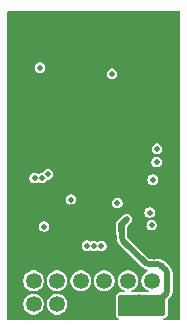
<source format=gbr>
%TF.GenerationSoftware,KiCad,Pcbnew,9.0.4-9.0.4-0~ubuntu22.04.1*%
%TF.CreationDate,2025-08-28T19:05:07+08:00*%
%TF.ProjectId,LoRa-TW,4c6f5261-2d54-4572-9e6b-696361645f70,0.1*%
%TF.SameCoordinates,Original*%
%TF.FileFunction,Copper,L4,Bot*%
%TF.FilePolarity,Positive*%
%FSLAX46Y46*%
G04 Gerber Fmt 4.6, Leading zero omitted, Abs format (unit mm)*
G04 Created by KiCad (PCBNEW 9.0.4-9.0.4-0~ubuntu22.04.1) date 2025-08-28 19:05:07*
%MOMM*%
%LPD*%
G01*
G04 APERTURE LIST*
%TA.AperFunction,ComponentPad*%
%ADD10R,1.350000X1.350000*%
%TD*%
%TA.AperFunction,ComponentPad*%
%ADD11C,1.350000*%
%TD*%
%TA.AperFunction,ViaPad*%
%ADD12C,0.500000*%
%TD*%
%TA.AperFunction,ViaPad*%
%ADD13C,0.480000*%
%TD*%
%TA.AperFunction,Conductor*%
%ADD14C,0.500000*%
%TD*%
G04 APERTURE END LIST*
D10*
%TO.P,J2,1,Pin_1*%
%TO.N,VDD*%
X159480000Y-112760000D03*
D11*
%TO.P,J2,2,Pin_2*%
%TO.N,Net-(J2-Pin_2)*%
X159480000Y-110760000D03*
%TO.P,J2,3,Pin_3*%
%TO.N,VDD*%
X157480000Y-112760000D03*
%TO.P,J2,4,Pin_4*%
%TO.N,Net-(J2-Pin_4)*%
X157480000Y-110760000D03*
%TO.P,J2,5,Pin_5*%
%TO.N,GND*%
X155480000Y-112760000D03*
%TO.P,J2,6,Pin_6*%
%TO.N,Net-(J2-Pin_6)*%
X155480000Y-110760000D03*
%TO.P,J2,7,Pin_7*%
%TO.N,GND*%
X153480000Y-112760000D03*
%TO.P,J2,8,Pin_8*%
%TO.N,Net-(J2-Pin_8)*%
X153480000Y-110760000D03*
%TO.P,J2,9,Pin_9*%
%TO.N,Net-(J2-Pin_9)*%
X151480000Y-112760000D03*
%TO.P,J2,10,Pin_10*%
%TO.N,Net-(J2-Pin_10)*%
X151480000Y-110760000D03*
%TO.P,J2,11,Pin_11*%
%TO.N,/MCU_ANT_{SW}*%
X149480000Y-112760000D03*
%TO.P,J2,12,Pin_12*%
%TO.N,Net-(J2-Pin_12)*%
X149480000Y-110760000D03*
%TD*%
D12*
%TO.N,GND*%
X154450000Y-95950000D03*
X161570000Y-96780000D03*
X147570000Y-96780000D03*
X160550000Y-93980000D03*
X152570000Y-88180000D03*
X147570000Y-113830000D03*
X154270000Y-102830000D03*
X157470000Y-94030000D03*
X157270000Y-88170000D03*
X161000000Y-91890000D03*
X152980000Y-92080000D03*
X152580000Y-108780000D03*
X157090251Y-104979765D03*
X153800000Y-105980000D03*
X159325000Y-88320000D03*
X161580000Y-108780000D03*
X158220000Y-88150000D03*
X154160000Y-92560000D03*
X148580000Y-100820000D03*
X160580000Y-97730000D03*
X154640000Y-93430000D03*
X148580000Y-95580000D03*
X147570000Y-98780000D03*
X150520000Y-89940000D03*
X156090000Y-98620000D03*
X160500000Y-101650000D03*
X148670000Y-104570000D03*
X148670000Y-108780000D03*
X149580000Y-89950000D03*
X148760000Y-107320000D03*
X158280000Y-93030000D03*
X154030000Y-104960000D03*
X151570000Y-108780000D03*
X150610000Y-90950000D03*
X150340000Y-100450000D03*
X150010000Y-95700000D03*
X148990000Y-93800000D03*
X156190000Y-94310000D03*
X153340000Y-92750000D03*
X147570000Y-94780000D03*
X155330000Y-102850000D03*
X161570000Y-101840000D03*
X157110000Y-108780000D03*
X160170000Y-88880000D03*
X154070000Y-88740000D03*
X155540000Y-101000000D03*
X149570000Y-89020000D03*
X153380000Y-98470000D03*
X147570000Y-95770000D03*
X158830000Y-106060000D03*
X154782500Y-103290000D03*
X158370000Y-96510000D03*
X149520000Y-99930000D03*
X156310000Y-94980000D03*
X150215000Y-99545000D03*
X147570000Y-108780000D03*
X156150000Y-113830000D03*
X159420000Y-96480000D03*
X154480000Y-112760000D03*
X149972752Y-94475128D03*
X147570000Y-91790000D03*
X148540000Y-89920000D03*
X161580000Y-95770000D03*
X151741887Y-106517996D03*
X148660000Y-102770000D03*
X158380000Y-97760000D03*
X153400000Y-89440000D03*
X149110000Y-109570000D03*
X154782500Y-102270125D03*
X149580000Y-108780000D03*
X149580000Y-90800000D03*
X154480000Y-113830000D03*
X150030000Y-109220000D03*
X147570000Y-93790000D03*
X153180000Y-97410000D03*
X158100000Y-91040000D03*
X151680000Y-107087600D03*
X151460000Y-106000000D03*
X157460000Y-97370000D03*
X154300000Y-89440000D03*
X154040000Y-103560000D03*
X151610000Y-91030000D03*
X158220000Y-105210000D03*
X150485033Y-104040000D03*
X148530000Y-90800000D03*
X159325000Y-91890000D03*
X154040000Y-95060000D03*
X156530000Y-104840000D03*
X157270000Y-89190000D03*
X159325000Y-88880000D03*
X155880000Y-101540000D03*
X149350000Y-100550000D03*
X156610000Y-90680000D03*
X160510000Y-100200000D03*
X154782500Y-101300000D03*
X161570000Y-102790000D03*
X148600000Y-94610000D03*
X153340000Y-94040000D03*
X152520000Y-92560000D03*
X161570000Y-100770000D03*
X147570000Y-103770000D03*
X149570000Y-88180000D03*
X149800000Y-96540000D03*
X150530000Y-89020000D03*
X160162500Y-88320000D03*
X153768683Y-107087600D03*
X149985165Y-105287015D03*
X158120000Y-89100000D03*
X153520000Y-102980000D03*
X161570000Y-106770000D03*
X153740000Y-97060000D03*
X149990000Y-93920000D03*
X153780000Y-102300000D03*
X147570000Y-110520000D03*
X154290000Y-101790000D03*
X159325000Y-91280000D03*
X155400000Y-94230000D03*
X158490000Y-110150000D03*
X160570000Y-108780000D03*
X155580000Y-108780000D03*
X161000000Y-88320000D03*
X160560000Y-95230000D03*
X150450000Y-111710000D03*
X161610000Y-113830000D03*
X147570000Y-92780000D03*
X150450000Y-113780000D03*
X147570000Y-99780000D03*
X147570000Y-106780000D03*
X152550000Y-113790000D03*
X147570000Y-100780000D03*
X160162500Y-91890000D03*
X156510000Y-91350000D03*
X147570000Y-97780000D03*
X154570000Y-88190000D03*
X161610000Y-110520000D03*
X159420000Y-93030000D03*
X155440000Y-93490000D03*
X153780000Y-97850000D03*
X161570000Y-93030000D03*
X155770000Y-103270000D03*
X155430000Y-88190000D03*
X151960000Y-96950000D03*
X159430000Y-97730000D03*
X156080000Y-97940000D03*
X150510436Y-105492721D03*
X152590000Y-89010000D03*
X149570000Y-93250000D03*
X161570000Y-99780000D03*
X147570000Y-105780000D03*
X148530000Y-91800000D03*
X157270000Y-93030000D03*
X158270000Y-91970000D03*
X148560000Y-88180000D03*
X149240000Y-98580000D03*
X150340000Y-102800000D03*
X147570000Y-102780000D03*
X150570000Y-88180000D03*
X152550000Y-89920000D03*
X151570000Y-88180000D03*
X161000000Y-91280000D03*
X153560000Y-88180000D03*
X152653422Y-104543422D03*
X161580000Y-105790000D03*
X148570000Y-99170000D03*
X157460000Y-98110000D03*
X156290000Y-88180000D03*
X148560000Y-100060000D03*
X148680000Y-103610000D03*
X150570000Y-108780000D03*
X147580000Y-89930000D03*
X153510000Y-94770000D03*
X156650000Y-91940000D03*
X155600000Y-95040000D03*
X156370000Y-111780000D03*
X149480000Y-91740000D03*
X154660000Y-90870000D03*
X148470000Y-92740000D03*
X154480000Y-111800000D03*
X156850000Y-92510000D03*
X147570000Y-90780000D03*
X151198231Y-104025341D03*
X148580000Y-98160000D03*
X151540000Y-89940000D03*
X151220000Y-93980000D03*
X147570000Y-112080000D03*
X150990000Y-102700000D03*
X149340000Y-99330000D03*
X155670000Y-95920000D03*
X156330000Y-95900000D03*
X147570000Y-107820000D03*
X159650000Y-108720000D03*
X148580000Y-96430000D03*
X161570000Y-104780000D03*
X147570000Y-101780000D03*
X149960000Y-95100000D03*
X150410557Y-104768432D03*
X152760000Y-96790000D03*
X148590000Y-106670000D03*
X161580000Y-97770000D03*
X157480000Y-95280000D03*
X157270000Y-91020000D03*
X147570000Y-104820000D03*
X152300000Y-96100000D03*
X153410000Y-95570000D03*
X151960000Y-93860000D03*
X160270000Y-98880000D03*
X161570000Y-103770000D03*
X147570000Y-88970000D03*
X159410000Y-95230000D03*
X149480000Y-97410000D03*
X149739000Y-105845538D03*
X161610000Y-112080000D03*
X153560000Y-108780000D03*
X161570000Y-107800000D03*
X148580000Y-97310000D03*
X149180000Y-101370000D03*
X156160000Y-99384413D03*
X158350000Y-94010000D03*
X154020000Y-101220000D03*
X153480000Y-101540000D03*
X155750000Y-102280000D03*
X155300000Y-101790000D03*
X152170000Y-90490000D03*
X160570000Y-96480000D03*
X151550000Y-89020000D03*
X147570000Y-88190000D03*
X156790000Y-89500000D03*
X159400000Y-93980000D03*
X161580000Y-94030000D03*
X160570000Y-93030000D03*
X153950000Y-96430000D03*
X150080000Y-92010000D03*
X150950000Y-109810000D03*
X157270000Y-91930000D03*
X150640000Y-93800000D03*
X153200000Y-96200000D03*
X160162500Y-91280000D03*
X160610000Y-107900000D03*
X158360000Y-95260000D03*
X148530000Y-88990000D03*
X161580000Y-94860000D03*
X155880000Y-97030000D03*
X157490000Y-96530000D03*
X161580000Y-98780000D03*
X154570000Y-108780000D03*
X148680000Y-101950000D03*
X153710000Y-92080000D03*
X161000000Y-88880000D03*
%TO.N,VDD*%
X149580000Y-102060000D03*
X159570000Y-102210000D03*
X158403354Y-112178315D03*
X156890000Y-106000000D03*
X156980000Y-106680000D03*
X158460000Y-112760000D03*
X160390000Y-113500000D03*
X154602433Y-107811400D03*
X155230000Y-107811400D03*
X158460000Y-113410003D03*
X150690000Y-101750000D03*
X156890000Y-113490000D03*
X150200000Y-102060000D03*
X154010000Y-107800000D03*
X157364189Y-105571867D03*
X160400000Y-112220000D03*
%TO.N,/DIO2_ANT_{SW}*%
X156570000Y-104180000D03*
X156130000Y-93240000D03*
D13*
%TO.N,/DIO3_CLK_{EN}*%
X150390000Y-106180000D03*
X152630000Y-103890000D03*
D12*
%TO.N,/MCU_ANT_{SW}*%
X150040000Y-92720000D03*
%TO.N,Net-(J2-Pin_6)*%
X159900000Y-100710000D03*
D13*
%TO.N,Net-(J2-Pin_12)*%
X159313422Y-104986578D03*
%TO.N,Net-(J2-Pin_9)*%
X159480000Y-106040000D03*
D12*
%TO.N,Net-(J2-Pin_4)*%
X159940000Y-99590000D03*
%TD*%
D14*
%TO.N,VDD*%
X156980000Y-107120000D02*
X156980000Y-106090000D01*
X156936056Y-106000000D02*
X156890000Y-106000000D01*
X160450000Y-112170000D02*
X160450000Y-112160000D01*
X160309466Y-109479466D02*
X160703933Y-109873933D01*
X160703933Y-111906066D02*
X160450000Y-112160000D01*
X159233400Y-109373400D02*
X160053400Y-109373400D01*
X156980000Y-106090000D02*
X156890000Y-106000000D01*
X160400000Y-112220000D02*
X160450000Y-112170000D01*
X156890000Y-106590000D02*
X156890000Y-106000000D01*
X160810000Y-110130000D02*
X160810000Y-111650000D01*
X157086066Y-107376066D02*
X158977333Y-109267333D01*
X160390000Y-112220000D02*
X159850000Y-112760000D01*
X159850000Y-112760000D02*
X159480000Y-112760000D01*
X160400000Y-112220000D02*
X160390000Y-112220000D01*
X157364189Y-105571867D02*
X156936056Y-106000000D01*
X160309466Y-109479466D02*
G75*
G03*
X160053400Y-109373391I-256066J-256034D01*
G01*
X157086066Y-107376066D02*
G75*
G02*
X156979991Y-107120000I256034J256066D01*
G01*
X160810000Y-110130000D02*
G75*
G03*
X160703926Y-109873939I-362100J0D01*
G01*
X160703933Y-111906066D02*
G75*
G03*
X160810009Y-111650000I-256033J256066D01*
G01*
X159233400Y-109373400D02*
G75*
G02*
X158977339Y-109267326I0J362100D01*
G01*
%TD*%
%TA.AperFunction,Conductor*%
%TO.N,GND*%
G36*
X161842638Y-87918093D02*
G01*
X161868358Y-87962642D01*
X161869500Y-87975700D01*
X161869500Y-114024300D01*
X161851907Y-114072638D01*
X161807358Y-114098358D01*
X161794300Y-114099500D01*
X160552956Y-114099500D01*
X160504618Y-114081907D01*
X160478898Y-114037358D01*
X160487831Y-113986700D01*
X160524620Y-113955474D01*
X160524434Y-113955100D01*
X160525953Y-113954343D01*
X160526442Y-113953929D01*
X160527852Y-113953397D01*
X160527860Y-113953395D01*
X160573908Y-113930468D01*
X160631303Y-113888047D01*
X160638894Y-113880055D01*
X160655816Y-113866722D01*
X160666613Y-113860489D01*
X160750489Y-113776613D01*
X160766672Y-113748582D01*
X160777292Y-113734375D01*
X160778307Y-113733307D01*
X160782582Y-113728666D01*
X160785669Y-113725210D01*
X160825515Y-113658595D01*
X160843108Y-113610257D01*
X160855500Y-113539974D01*
X160855500Y-112422751D01*
X160873093Y-112374413D01*
X160877526Y-112369577D01*
X161067630Y-112179472D01*
X161067675Y-112179418D01*
X161067685Y-112179409D01*
X161142878Y-112075926D01*
X161200955Y-111961954D01*
X161240487Y-111840299D01*
X161260499Y-111713958D01*
X161260499Y-111713950D01*
X161260500Y-111713940D01*
X161260500Y-110161159D01*
X161260510Y-110161131D01*
X161260510Y-110066044D01*
X161260510Y-110066041D01*
X161240497Y-109939697D01*
X161200965Y-109818040D01*
X161144015Y-109706281D01*
X161142889Y-109704071D01*
X161142888Y-109704070D01*
X161142886Y-109704066D01*
X161067692Y-109600582D01*
X161022463Y-109555359D01*
X161022463Y-109555358D01*
X161022459Y-109555355D01*
X161021840Y-109554736D01*
X160634326Y-109167223D01*
X160634322Y-109167219D01*
X160628038Y-109160934D01*
X160628037Y-109160934D01*
X160586080Y-109118977D01*
X160586079Y-109118976D01*
X160582851Y-109115748D01*
X160582812Y-109115715D01*
X160582809Y-109115712D01*
X160565675Y-109103262D01*
X160479330Y-109040522D01*
X160479323Y-109040518D01*
X160365354Y-108982443D01*
X160243696Y-108942910D01*
X160117360Y-108922899D01*
X160117358Y-108922899D01*
X160053400Y-108922899D01*
X159994091Y-108922899D01*
X159989488Y-108922899D01*
X159989472Y-108922900D01*
X159301151Y-108922900D01*
X159252813Y-108905307D01*
X159247977Y-108900874D01*
X157452526Y-107105423D01*
X157430786Y-107058803D01*
X157430500Y-107052249D01*
X157430500Y-106173807D01*
X157448093Y-106125469D01*
X157452515Y-106120643D01*
X157591152Y-105982007D01*
X159039500Y-105982007D01*
X159039500Y-106097993D01*
X159059814Y-106173807D01*
X159069519Y-106210026D01*
X159069519Y-106210028D01*
X159127511Y-106310473D01*
X159209526Y-106392488D01*
X159267519Y-106425969D01*
X159309973Y-106450481D01*
X159422007Y-106480500D01*
X159422010Y-106480500D01*
X159537990Y-106480500D01*
X159537993Y-106480500D01*
X159650027Y-106450481D01*
X159750473Y-106392488D01*
X159832488Y-106310473D01*
X159890481Y-106210027D01*
X159920500Y-106097993D01*
X159920500Y-105982007D01*
X159890481Y-105869973D01*
X159878075Y-105848485D01*
X159832488Y-105769526D01*
X159750473Y-105687511D01*
X159650027Y-105629519D01*
X159537993Y-105599500D01*
X159422007Y-105599500D01*
X159309973Y-105629519D01*
X159309971Y-105629519D01*
X159209526Y-105687511D01*
X159127511Y-105769526D01*
X159069519Y-105869971D01*
X159069519Y-105869973D01*
X159039500Y-105982007D01*
X157591152Y-105982007D01*
X157724678Y-105848481D01*
X157770262Y-105769527D01*
X157783988Y-105745753D01*
X157814689Y-105631176D01*
X157814689Y-105512558D01*
X157783988Y-105397981D01*
X157749973Y-105339066D01*
X157724678Y-105295253D01*
X157640802Y-105211377D01*
X157538075Y-105152068D01*
X157423498Y-105121367D01*
X157304880Y-105121367D01*
X157236133Y-105139787D01*
X157190301Y-105152068D01*
X157146885Y-105177135D01*
X157087576Y-105211376D01*
X156729355Y-105569596D01*
X156713782Y-105581546D01*
X156613384Y-105639511D01*
X156529510Y-105723385D01*
X156470200Y-105826113D01*
X156470201Y-105826114D01*
X156439500Y-105940691D01*
X156439500Y-106649309D01*
X156470201Y-106763885D01*
X156470201Y-106763887D01*
X156519425Y-106849143D01*
X156529500Y-106886743D01*
X156529500Y-107060687D01*
X156529499Y-107060691D01*
X156529499Y-107083393D01*
X156529499Y-107088845D01*
X156529491Y-107088866D01*
X156529491Y-107183961D01*
X156549502Y-107310298D01*
X156589035Y-107431957D01*
X156589035Y-107431958D01*
X156647111Y-107545927D01*
X156647115Y-107545934D01*
X156722305Y-107649413D01*
X156722308Y-107649417D01*
X156756954Y-107684058D01*
X156756954Y-107684059D01*
X156774524Y-107701627D01*
X156774524Y-107701628D01*
X156774527Y-107701630D01*
X158651765Y-109578868D01*
X158651767Y-109578873D01*
X158651769Y-109578872D01*
X158694256Y-109621365D01*
X158694270Y-109621373D01*
X158700719Y-109627822D01*
X158700730Y-109627828D01*
X158703982Y-109631078D01*
X158703988Y-109631084D01*
X158807471Y-109706278D01*
X158807473Y-109706279D01*
X158807476Y-109706281D01*
X158921442Y-109764355D01*
X158921444Y-109764356D01*
X159043099Y-109803887D01*
X159110599Y-109814579D01*
X159155589Y-109839518D01*
X159174023Y-109887541D01*
X159157275Y-109936178D01*
X159127612Y-109958328D01*
X159065301Y-109984138D01*
X159065299Y-109984139D01*
X158921898Y-110079957D01*
X158921895Y-110079959D01*
X158799959Y-110201895D01*
X158799957Y-110201898D01*
X158704141Y-110345296D01*
X158638146Y-110504622D01*
X158638145Y-110504623D01*
X158604500Y-110673770D01*
X158604500Y-110846229D01*
X158638145Y-111015376D01*
X158638146Y-111015377D01*
X158704142Y-111174705D01*
X158799955Y-111318099D01*
X158799957Y-111318101D01*
X158799959Y-111318104D01*
X158921895Y-111440040D01*
X158921898Y-111440042D01*
X158921901Y-111440045D01*
X159065295Y-111535858D01*
X159140480Y-111567000D01*
X159171438Y-111579824D01*
X159209363Y-111614577D01*
X159216077Y-111665576D01*
X159188439Y-111708960D01*
X159142660Y-111724500D01*
X157817340Y-111724500D01*
X157769002Y-111706907D01*
X157743282Y-111662358D01*
X157752215Y-111611700D01*
X157788562Y-111579824D01*
X157806683Y-111572317D01*
X157894705Y-111535858D01*
X158038099Y-111440045D01*
X158160045Y-111318099D01*
X158255858Y-111174705D01*
X158321855Y-111015374D01*
X158355500Y-110846229D01*
X158355500Y-110673771D01*
X158321855Y-110504626D01*
X158255858Y-110345295D01*
X158160045Y-110201901D01*
X158160042Y-110201898D01*
X158160040Y-110201895D01*
X158038104Y-110079959D01*
X158038101Y-110079957D01*
X158038099Y-110079955D01*
X157894705Y-109984142D01*
X157894698Y-109984139D01*
X157735377Y-109918146D01*
X157735376Y-109918145D01*
X157566230Y-109884500D01*
X157566229Y-109884500D01*
X157393771Y-109884500D01*
X157393770Y-109884500D01*
X157224623Y-109918145D01*
X157224622Y-109918146D01*
X157065296Y-109984141D01*
X156921898Y-110079957D01*
X156921895Y-110079959D01*
X156799959Y-110201895D01*
X156799957Y-110201898D01*
X156704141Y-110345296D01*
X156638146Y-110504622D01*
X156638145Y-110504623D01*
X156604500Y-110673770D01*
X156604500Y-110846229D01*
X156638145Y-111015376D01*
X156638146Y-111015377D01*
X156704142Y-111174705D01*
X156799955Y-111318099D01*
X156799957Y-111318101D01*
X156799959Y-111318104D01*
X156921895Y-111440040D01*
X156921898Y-111440042D01*
X156921901Y-111440045D01*
X157065295Y-111535858D01*
X157140480Y-111567000D01*
X157171438Y-111579824D01*
X157209363Y-111614577D01*
X157216077Y-111665576D01*
X157188439Y-111708960D01*
X157142660Y-111724500D01*
X156792043Y-111724500D01*
X156792035Y-111724500D01*
X156792026Y-111724501D01*
X156762156Y-111727113D01*
X156762068Y-111727121D01*
X156753083Y-111727896D01*
X156752325Y-111727692D01*
X156750075Y-111727894D01*
X156746387Y-111728560D01*
X156737709Y-111730908D01*
X156736660Y-111731093D01*
X156730613Y-111732161D01*
X156730477Y-111732190D01*
X156729108Y-111732433D01*
X156729106Y-111732432D01*
X156729079Y-111732438D01*
X156718782Y-111734259D01*
X156718663Y-111734302D01*
X156717959Y-111734794D01*
X156715886Y-111735293D01*
X156715614Y-111735390D01*
X156685409Y-111750873D01*
X156685408Y-111750872D01*
X156681362Y-111752946D01*
X156662762Y-111759805D01*
X156660562Y-111761239D01*
X156661720Y-111763016D01*
X156640034Y-111774134D01*
X156640034Y-111774135D01*
X156634231Y-111777110D01*
X156634230Y-111777110D01*
X156630704Y-111780069D01*
X156623473Y-111785431D01*
X156619620Y-111787945D01*
X156619612Y-111787951D01*
X156567556Y-111836682D01*
X156567553Y-111836685D01*
X156564835Y-111840306D01*
X156551222Y-111860912D01*
X156551205Y-111860940D01*
X156532905Y-111892636D01*
X156520957Y-111908208D01*
X156502945Y-111926220D01*
X156502939Y-111926227D01*
X156483857Y-111948225D01*
X156483850Y-111948234D01*
X156480665Y-111952479D01*
X156450102Y-112010796D01*
X156450098Y-112010804D01*
X156435055Y-112055918D01*
X156435050Y-112055937D01*
X156424500Y-112120936D01*
X156424500Y-113494255D01*
X156425097Y-113509902D01*
X156425971Y-113521334D01*
X156427762Y-113536918D01*
X156457124Y-113727773D01*
X156457392Y-113729456D01*
X156457655Y-113731064D01*
X156457655Y-113731065D01*
X156482208Y-113800105D01*
X156482211Y-113800112D01*
X156482212Y-113800114D01*
X156507815Y-113844730D01*
X156538564Y-113885547D01*
X156579928Y-113912418D01*
X156607713Y-113930468D01*
X156615258Y-113935369D01*
X156663549Y-113953090D01*
X156663550Y-113953090D01*
X156665220Y-113953703D01*
X156704537Y-113986872D01*
X156713336Y-114037554D01*
X156687498Y-114082034D01*
X156639313Y-114099500D01*
X147345700Y-114099500D01*
X147297362Y-114081907D01*
X147271642Y-114037358D01*
X147270500Y-114024300D01*
X147270500Y-112673770D01*
X148604500Y-112673770D01*
X148604500Y-112846229D01*
X148638145Y-113015376D01*
X148638146Y-113015377D01*
X148704142Y-113174705D01*
X148799955Y-113318099D01*
X148799957Y-113318101D01*
X148799959Y-113318104D01*
X148921895Y-113440040D01*
X148921898Y-113440042D01*
X148921901Y-113440045D01*
X149065295Y-113535858D01*
X149224622Y-113601853D01*
X149224623Y-113601854D01*
X149224624Y-113601854D01*
X149224626Y-113601855D01*
X149337896Y-113624385D01*
X149393770Y-113635500D01*
X149393771Y-113635500D01*
X149566230Y-113635500D01*
X149608229Y-113627145D01*
X149735374Y-113601855D01*
X149894705Y-113535858D01*
X150038099Y-113440045D01*
X150160045Y-113318099D01*
X150255858Y-113174705D01*
X150321855Y-113015374D01*
X150355500Y-112846229D01*
X150355500Y-112673771D01*
X150355500Y-112673770D01*
X150604500Y-112673770D01*
X150604500Y-112846229D01*
X150638145Y-113015376D01*
X150638146Y-113015377D01*
X150704142Y-113174705D01*
X150799955Y-113318099D01*
X150799957Y-113318101D01*
X150799959Y-113318104D01*
X150921895Y-113440040D01*
X150921898Y-113440042D01*
X150921901Y-113440045D01*
X151065295Y-113535858D01*
X151224622Y-113601853D01*
X151224623Y-113601854D01*
X151224624Y-113601854D01*
X151224626Y-113601855D01*
X151337896Y-113624385D01*
X151393770Y-113635500D01*
X151393771Y-113635500D01*
X151566230Y-113635500D01*
X151608229Y-113627145D01*
X151735374Y-113601855D01*
X151894705Y-113535858D01*
X152038099Y-113440045D01*
X152160045Y-113318099D01*
X152255858Y-113174705D01*
X152321855Y-113015374D01*
X152355500Y-112846229D01*
X152355500Y-112673771D01*
X152321855Y-112504626D01*
X152255858Y-112345295D01*
X152160045Y-112201901D01*
X152160042Y-112201898D01*
X152160040Y-112201895D01*
X152038104Y-112079959D01*
X152038101Y-112079957D01*
X152038099Y-112079955D01*
X151894705Y-111984142D01*
X151841141Y-111961955D01*
X151735377Y-111918146D01*
X151735376Y-111918145D01*
X151566230Y-111884500D01*
X151566229Y-111884500D01*
X151393771Y-111884500D01*
X151393770Y-111884500D01*
X151224623Y-111918145D01*
X151224622Y-111918146D01*
X151065296Y-111984141D01*
X150921898Y-112079957D01*
X150921895Y-112079959D01*
X150799959Y-112201895D01*
X150799957Y-112201898D01*
X150704141Y-112345296D01*
X150638146Y-112504622D01*
X150638145Y-112504623D01*
X150604500Y-112673770D01*
X150355500Y-112673770D01*
X150321855Y-112504626D01*
X150255858Y-112345295D01*
X150160045Y-112201901D01*
X150160042Y-112201898D01*
X150160040Y-112201895D01*
X150038104Y-112079959D01*
X150038101Y-112079957D01*
X150038099Y-112079955D01*
X149894705Y-111984142D01*
X149841141Y-111961955D01*
X149735377Y-111918146D01*
X149735376Y-111918145D01*
X149566230Y-111884500D01*
X149566229Y-111884500D01*
X149393771Y-111884500D01*
X149393770Y-111884500D01*
X149224623Y-111918145D01*
X149224622Y-111918146D01*
X149065296Y-111984141D01*
X148921898Y-112079957D01*
X148921895Y-112079959D01*
X148799959Y-112201895D01*
X148799957Y-112201898D01*
X148704141Y-112345296D01*
X148638146Y-112504622D01*
X148638145Y-112504623D01*
X148604500Y-112673770D01*
X147270500Y-112673770D01*
X147270500Y-110673770D01*
X148604500Y-110673770D01*
X148604500Y-110846229D01*
X148638145Y-111015376D01*
X148638146Y-111015377D01*
X148704142Y-111174705D01*
X148799955Y-111318099D01*
X148799957Y-111318101D01*
X148799959Y-111318104D01*
X148921895Y-111440040D01*
X148921898Y-111440042D01*
X148921901Y-111440045D01*
X149065295Y-111535858D01*
X149224622Y-111601853D01*
X149224623Y-111601854D01*
X149224624Y-111601854D01*
X149224626Y-111601855D01*
X149337896Y-111624385D01*
X149393770Y-111635500D01*
X149393771Y-111635500D01*
X149566230Y-111635500D01*
X149608229Y-111627145D01*
X149735374Y-111601855D01*
X149894705Y-111535858D01*
X150038099Y-111440045D01*
X150160045Y-111318099D01*
X150255858Y-111174705D01*
X150321855Y-111015374D01*
X150355500Y-110846229D01*
X150355500Y-110673771D01*
X150355500Y-110673770D01*
X150604500Y-110673770D01*
X150604500Y-110846229D01*
X150638145Y-111015376D01*
X150638146Y-111015377D01*
X150704142Y-111174705D01*
X150799955Y-111318099D01*
X150799957Y-111318101D01*
X150799959Y-111318104D01*
X150921895Y-111440040D01*
X150921898Y-111440042D01*
X150921901Y-111440045D01*
X151065295Y-111535858D01*
X151224622Y-111601853D01*
X151224623Y-111601854D01*
X151224624Y-111601854D01*
X151224626Y-111601855D01*
X151337896Y-111624385D01*
X151393770Y-111635500D01*
X151393771Y-111635500D01*
X151566230Y-111635500D01*
X151608229Y-111627145D01*
X151735374Y-111601855D01*
X151894705Y-111535858D01*
X152038099Y-111440045D01*
X152160045Y-111318099D01*
X152255858Y-111174705D01*
X152321855Y-111015374D01*
X152355500Y-110846229D01*
X152355500Y-110673771D01*
X152355500Y-110673770D01*
X152604500Y-110673770D01*
X152604500Y-110846229D01*
X152638145Y-111015376D01*
X152638146Y-111015377D01*
X152704142Y-111174705D01*
X152799955Y-111318099D01*
X152799957Y-111318101D01*
X152799959Y-111318104D01*
X152921895Y-111440040D01*
X152921898Y-111440042D01*
X152921901Y-111440045D01*
X153065295Y-111535858D01*
X153224622Y-111601853D01*
X153224623Y-111601854D01*
X153224624Y-111601854D01*
X153224626Y-111601855D01*
X153337896Y-111624385D01*
X153393770Y-111635500D01*
X153393771Y-111635500D01*
X153566230Y-111635500D01*
X153608229Y-111627145D01*
X153735374Y-111601855D01*
X153894705Y-111535858D01*
X154038099Y-111440045D01*
X154160045Y-111318099D01*
X154255858Y-111174705D01*
X154321855Y-111015374D01*
X154355500Y-110846229D01*
X154355500Y-110673771D01*
X154355500Y-110673770D01*
X154604500Y-110673770D01*
X154604500Y-110846229D01*
X154638145Y-111015376D01*
X154638146Y-111015377D01*
X154704142Y-111174705D01*
X154799955Y-111318099D01*
X154799957Y-111318101D01*
X154799959Y-111318104D01*
X154921895Y-111440040D01*
X154921898Y-111440042D01*
X154921901Y-111440045D01*
X155065295Y-111535858D01*
X155224622Y-111601853D01*
X155224623Y-111601854D01*
X155224624Y-111601854D01*
X155224626Y-111601855D01*
X155337896Y-111624385D01*
X155393770Y-111635500D01*
X155393771Y-111635500D01*
X155566230Y-111635500D01*
X155608229Y-111627145D01*
X155735374Y-111601855D01*
X155894705Y-111535858D01*
X156038099Y-111440045D01*
X156160045Y-111318099D01*
X156255858Y-111174705D01*
X156321855Y-111015374D01*
X156355500Y-110846229D01*
X156355500Y-110673771D01*
X156321855Y-110504626D01*
X156255858Y-110345295D01*
X156160045Y-110201901D01*
X156160042Y-110201898D01*
X156160040Y-110201895D01*
X156038104Y-110079959D01*
X156038101Y-110079957D01*
X156038099Y-110079955D01*
X155894705Y-109984142D01*
X155894698Y-109984139D01*
X155735377Y-109918146D01*
X155735376Y-109918145D01*
X155566230Y-109884500D01*
X155566229Y-109884500D01*
X155393771Y-109884500D01*
X155393770Y-109884500D01*
X155224623Y-109918145D01*
X155224622Y-109918146D01*
X155065296Y-109984141D01*
X154921898Y-110079957D01*
X154921895Y-110079959D01*
X154799959Y-110201895D01*
X154799957Y-110201898D01*
X154704141Y-110345296D01*
X154638146Y-110504622D01*
X154638145Y-110504623D01*
X154604500Y-110673770D01*
X154355500Y-110673770D01*
X154321855Y-110504626D01*
X154255858Y-110345295D01*
X154160045Y-110201901D01*
X154160042Y-110201898D01*
X154160040Y-110201895D01*
X154038104Y-110079959D01*
X154038101Y-110079957D01*
X154038099Y-110079955D01*
X153894705Y-109984142D01*
X153894698Y-109984139D01*
X153735377Y-109918146D01*
X153735376Y-109918145D01*
X153566230Y-109884500D01*
X153566229Y-109884500D01*
X153393771Y-109884500D01*
X153393770Y-109884500D01*
X153224623Y-109918145D01*
X153224622Y-109918146D01*
X153065296Y-109984141D01*
X152921898Y-110079957D01*
X152921895Y-110079959D01*
X152799959Y-110201895D01*
X152799957Y-110201898D01*
X152704141Y-110345296D01*
X152638146Y-110504622D01*
X152638145Y-110504623D01*
X152604500Y-110673770D01*
X152355500Y-110673770D01*
X152321855Y-110504626D01*
X152255858Y-110345295D01*
X152160045Y-110201901D01*
X152160042Y-110201898D01*
X152160040Y-110201895D01*
X152038104Y-110079959D01*
X152038101Y-110079957D01*
X152038099Y-110079955D01*
X151894705Y-109984142D01*
X151894698Y-109984139D01*
X151735377Y-109918146D01*
X151735376Y-109918145D01*
X151566230Y-109884500D01*
X151566229Y-109884500D01*
X151393771Y-109884500D01*
X151393770Y-109884500D01*
X151224623Y-109918145D01*
X151224622Y-109918146D01*
X151065296Y-109984141D01*
X150921898Y-110079957D01*
X150921895Y-110079959D01*
X150799959Y-110201895D01*
X150799957Y-110201898D01*
X150704141Y-110345296D01*
X150638146Y-110504622D01*
X150638145Y-110504623D01*
X150604500Y-110673770D01*
X150355500Y-110673770D01*
X150321855Y-110504626D01*
X150255858Y-110345295D01*
X150160045Y-110201901D01*
X150160042Y-110201898D01*
X150160040Y-110201895D01*
X150038104Y-110079959D01*
X150038101Y-110079957D01*
X150038099Y-110079955D01*
X149894705Y-109984142D01*
X149894698Y-109984139D01*
X149735377Y-109918146D01*
X149735376Y-109918145D01*
X149566230Y-109884500D01*
X149566229Y-109884500D01*
X149393771Y-109884500D01*
X149393770Y-109884500D01*
X149224623Y-109918145D01*
X149224622Y-109918146D01*
X149065296Y-109984141D01*
X148921898Y-110079957D01*
X148921895Y-110079959D01*
X148799959Y-110201895D01*
X148799957Y-110201898D01*
X148704141Y-110345296D01*
X148638146Y-110504622D01*
X148638145Y-110504623D01*
X148604500Y-110673770D01*
X147270500Y-110673770D01*
X147270500Y-107740691D01*
X153559500Y-107740691D01*
X153559500Y-107859309D01*
X153562555Y-107870709D01*
X153590201Y-107973885D01*
X153590201Y-107973887D01*
X153649510Y-108076613D01*
X153733386Y-108160489D01*
X153761255Y-108176579D01*
X153836114Y-108219799D01*
X153950691Y-108250500D01*
X153950694Y-108250500D01*
X154069306Y-108250500D01*
X154069309Y-108250500D01*
X154183886Y-108219799D01*
X154258745Y-108176578D01*
X154309401Y-108167646D01*
X154333943Y-108176579D01*
X154428547Y-108231199D01*
X154543124Y-108261900D01*
X154543127Y-108261900D01*
X154661739Y-108261900D01*
X154661742Y-108261900D01*
X154776319Y-108231199D01*
X154878617Y-108172136D01*
X154929273Y-108163204D01*
X154953815Y-108172137D01*
X155023221Y-108212208D01*
X155056114Y-108231199D01*
X155170691Y-108261900D01*
X155170694Y-108261900D01*
X155289306Y-108261900D01*
X155289309Y-108261900D01*
X155403886Y-108231199D01*
X155506613Y-108171889D01*
X155590489Y-108088013D01*
X155649799Y-107985286D01*
X155680500Y-107870709D01*
X155680500Y-107752091D01*
X155649799Y-107637514D01*
X155596925Y-107545934D01*
X155590489Y-107534786D01*
X155506613Y-107450910D01*
X155403886Y-107391601D01*
X155289309Y-107360900D01*
X155170691Y-107360900D01*
X155056114Y-107391601D01*
X155056112Y-107391601D01*
X154953816Y-107450662D01*
X154903157Y-107459594D01*
X154878616Y-107450662D01*
X154776319Y-107391601D01*
X154661742Y-107360900D01*
X154543124Y-107360900D01*
X154428547Y-107391601D01*
X154428545Y-107391601D01*
X154353689Y-107434820D01*
X154303030Y-107443752D01*
X154278489Y-107434820D01*
X154183886Y-107380201D01*
X154069309Y-107349500D01*
X153950691Y-107349500D01*
X153836114Y-107380201D01*
X153836112Y-107380201D01*
X153733386Y-107439510D01*
X153649510Y-107523386D01*
X153590201Y-107626112D01*
X153590201Y-107626114D01*
X153559500Y-107740691D01*
X147270500Y-107740691D01*
X147270500Y-106122007D01*
X149949500Y-106122007D01*
X149949500Y-106237993D01*
X149968921Y-106310473D01*
X149979519Y-106350026D01*
X149979519Y-106350028D01*
X150037511Y-106450473D01*
X150119526Y-106532488D01*
X150177519Y-106565969D01*
X150219973Y-106590481D01*
X150332007Y-106620500D01*
X150332010Y-106620500D01*
X150447990Y-106620500D01*
X150447993Y-106620500D01*
X150560027Y-106590481D01*
X150660473Y-106532488D01*
X150742488Y-106450473D01*
X150800481Y-106350027D01*
X150830500Y-106237993D01*
X150830500Y-106122007D01*
X150800481Y-106009973D01*
X150760481Y-105940691D01*
X150742488Y-105909526D01*
X150660473Y-105827511D01*
X150560027Y-105769519D01*
X150447993Y-105739500D01*
X150332007Y-105739500D01*
X150219973Y-105769519D01*
X150219971Y-105769519D01*
X150119526Y-105827511D01*
X150037511Y-105909526D01*
X149979519Y-106009971D01*
X149979519Y-106009973D01*
X149949500Y-106122007D01*
X147270500Y-106122007D01*
X147270500Y-104928585D01*
X158872922Y-104928585D01*
X158872922Y-105044571D01*
X158902941Y-105156604D01*
X158902941Y-105156606D01*
X158960933Y-105257051D01*
X159042948Y-105339066D01*
X159100941Y-105372547D01*
X159143395Y-105397059D01*
X159255429Y-105427078D01*
X159255432Y-105427078D01*
X159371412Y-105427078D01*
X159371415Y-105427078D01*
X159483449Y-105397059D01*
X159583895Y-105339066D01*
X159665910Y-105257051D01*
X159723903Y-105156605D01*
X159753922Y-105044571D01*
X159753922Y-104928585D01*
X159723903Y-104816551D01*
X159723902Y-104816549D01*
X159665910Y-104716104D01*
X159583895Y-104634089D01*
X159483449Y-104576097D01*
X159371415Y-104546078D01*
X159255429Y-104546078D01*
X159143395Y-104576097D01*
X159143393Y-104576097D01*
X159042948Y-104634089D01*
X158960933Y-104716104D01*
X158902941Y-104816549D01*
X158902941Y-104816551D01*
X158872922Y-104928585D01*
X147270500Y-104928585D01*
X147270500Y-103832007D01*
X152189500Y-103832007D01*
X152189500Y-103947993D01*
X152219519Y-104060026D01*
X152219519Y-104060028D01*
X152277511Y-104160473D01*
X152359526Y-104242488D01*
X152417519Y-104275969D01*
X152459973Y-104300481D01*
X152572007Y-104330500D01*
X152572010Y-104330500D01*
X152687990Y-104330500D01*
X152687993Y-104330500D01*
X152800027Y-104300481D01*
X152900473Y-104242488D01*
X152982488Y-104160473D01*
X153005456Y-104120691D01*
X156119500Y-104120691D01*
X156119500Y-104239309D01*
X156143935Y-104330500D01*
X156150201Y-104353885D01*
X156150201Y-104353887D01*
X156209510Y-104456613D01*
X156293386Y-104540489D01*
X156303067Y-104546078D01*
X156396114Y-104599799D01*
X156510691Y-104630500D01*
X156510694Y-104630500D01*
X156629306Y-104630500D01*
X156629309Y-104630500D01*
X156743886Y-104599799D01*
X156846613Y-104540489D01*
X156930489Y-104456613D01*
X156989799Y-104353886D01*
X157020500Y-104239309D01*
X157020500Y-104120691D01*
X156989799Y-104006114D01*
X156956241Y-103947990D01*
X156930489Y-103903386D01*
X156846613Y-103819510D01*
X156743886Y-103760201D01*
X156629309Y-103729500D01*
X156510691Y-103729500D01*
X156396114Y-103760201D01*
X156396112Y-103760201D01*
X156293386Y-103819510D01*
X156209510Y-103903386D01*
X156150201Y-104006112D01*
X156150201Y-104006114D01*
X156119500Y-104120691D01*
X153005456Y-104120691D01*
X153040481Y-104060027D01*
X153070500Y-103947993D01*
X153070500Y-103832007D01*
X153040481Y-103719973D01*
X153040480Y-103719971D01*
X152982488Y-103619526D01*
X152900473Y-103537511D01*
X152800027Y-103479519D01*
X152687993Y-103449500D01*
X152572007Y-103449500D01*
X152459973Y-103479519D01*
X152459971Y-103479519D01*
X152359526Y-103537511D01*
X152277511Y-103619526D01*
X152219519Y-103719971D01*
X152219519Y-103719973D01*
X152189500Y-103832007D01*
X147270500Y-103832007D01*
X147270500Y-102000691D01*
X149129500Y-102000691D01*
X149129500Y-102119309D01*
X149160201Y-102233885D01*
X149160201Y-102233887D01*
X149219510Y-102336613D01*
X149303386Y-102420489D01*
X149362696Y-102454731D01*
X149406114Y-102479799D01*
X149520691Y-102510500D01*
X149520694Y-102510500D01*
X149639306Y-102510500D01*
X149639309Y-102510500D01*
X149753886Y-102479799D01*
X149794552Y-102456319D01*
X149852400Y-102422922D01*
X149903058Y-102413989D01*
X149927600Y-102422922D01*
X149985447Y-102456319D01*
X150026114Y-102479799D01*
X150140691Y-102510500D01*
X150140694Y-102510500D01*
X150259306Y-102510500D01*
X150259309Y-102510500D01*
X150373886Y-102479799D01*
X150476613Y-102420489D01*
X150560489Y-102336613D01*
X150617367Y-102238100D01*
X150656772Y-102205035D01*
X150682492Y-102200500D01*
X150749306Y-102200500D01*
X150749309Y-102200500D01*
X150863886Y-102169799D01*
X150896982Y-102150691D01*
X159119500Y-102150691D01*
X159119500Y-102269309D01*
X159150201Y-102383885D01*
X159150201Y-102383887D01*
X159209510Y-102486613D01*
X159293386Y-102570489D01*
X159352696Y-102604731D01*
X159396114Y-102629799D01*
X159510691Y-102660500D01*
X159510694Y-102660500D01*
X159629306Y-102660500D01*
X159629309Y-102660500D01*
X159743886Y-102629799D01*
X159846613Y-102570489D01*
X159930489Y-102486613D01*
X159989799Y-102383886D01*
X160020500Y-102269309D01*
X160020500Y-102150691D01*
X159989799Y-102036114D01*
X159984314Y-102026613D01*
X159930489Y-101933386D01*
X159846613Y-101849510D01*
X159743886Y-101790201D01*
X159629309Y-101759500D01*
X159510691Y-101759500D01*
X159396114Y-101790201D01*
X159396112Y-101790201D01*
X159293386Y-101849510D01*
X159209510Y-101933386D01*
X159150201Y-102036112D01*
X159150201Y-102036114D01*
X159119500Y-102150691D01*
X150896982Y-102150691D01*
X150966613Y-102110489D01*
X150984515Y-102092588D01*
X151050489Y-102026613D01*
X151065455Y-102000691D01*
X151109799Y-101923886D01*
X151140500Y-101809309D01*
X151140500Y-101690691D01*
X151109799Y-101576114D01*
X151107366Y-101571900D01*
X151050489Y-101473386D01*
X150966613Y-101389510D01*
X150863886Y-101330201D01*
X150749309Y-101299500D01*
X150630691Y-101299500D01*
X150516114Y-101330201D01*
X150516112Y-101330201D01*
X150413386Y-101389510D01*
X150329510Y-101473386D01*
X150272634Y-101571900D01*
X150233229Y-101604965D01*
X150207509Y-101609500D01*
X150140691Y-101609500D01*
X150026114Y-101640201D01*
X150026108Y-101640203D01*
X149927599Y-101697077D01*
X149876941Y-101706009D01*
X149852401Y-101697077D01*
X149753891Y-101640203D01*
X149753887Y-101640201D01*
X149753886Y-101640201D01*
X149639309Y-101609500D01*
X149520691Y-101609500D01*
X149406114Y-101640201D01*
X149406112Y-101640201D01*
X149303386Y-101699510D01*
X149219510Y-101783386D01*
X149160201Y-101886112D01*
X149160201Y-101886114D01*
X149129500Y-102000691D01*
X147270500Y-102000691D01*
X147270500Y-100650691D01*
X159449500Y-100650691D01*
X159449500Y-100769309D01*
X159480201Y-100883885D01*
X159480201Y-100883887D01*
X159539510Y-100986613D01*
X159623386Y-101070489D01*
X159682696Y-101104731D01*
X159726114Y-101129799D01*
X159840691Y-101160500D01*
X159840694Y-101160500D01*
X159959306Y-101160500D01*
X159959309Y-101160500D01*
X160073886Y-101129799D01*
X160176613Y-101070489D01*
X160260489Y-100986613D01*
X160319799Y-100883886D01*
X160350500Y-100769309D01*
X160350500Y-100650691D01*
X160319799Y-100536114D01*
X160319798Y-100536112D01*
X160260489Y-100433386D01*
X160176613Y-100349510D01*
X160073886Y-100290201D01*
X159959309Y-100259500D01*
X159840691Y-100259500D01*
X159726114Y-100290201D01*
X159726112Y-100290201D01*
X159623386Y-100349510D01*
X159539510Y-100433386D01*
X159480201Y-100536112D01*
X159480201Y-100536114D01*
X159449500Y-100650691D01*
X147270500Y-100650691D01*
X147270500Y-99530691D01*
X159489500Y-99530691D01*
X159489500Y-99649309D01*
X159520201Y-99763885D01*
X159520201Y-99763887D01*
X159579510Y-99866613D01*
X159663386Y-99950489D01*
X159722696Y-99984731D01*
X159766114Y-100009799D01*
X159880691Y-100040500D01*
X159880694Y-100040500D01*
X159999306Y-100040500D01*
X159999309Y-100040500D01*
X160113886Y-100009799D01*
X160216613Y-99950489D01*
X160300489Y-99866613D01*
X160359799Y-99763886D01*
X160390500Y-99649309D01*
X160390500Y-99530691D01*
X160359799Y-99416114D01*
X160359798Y-99416112D01*
X160300489Y-99313386D01*
X160216613Y-99229510D01*
X160113886Y-99170201D01*
X159999309Y-99139500D01*
X159880691Y-99139500D01*
X159766114Y-99170201D01*
X159766112Y-99170201D01*
X159663386Y-99229510D01*
X159579510Y-99313386D01*
X159520201Y-99416112D01*
X159520201Y-99416114D01*
X159489500Y-99530691D01*
X147270500Y-99530691D01*
X147270500Y-93180691D01*
X155679500Y-93180691D01*
X155679500Y-93299309D01*
X155710201Y-93413885D01*
X155710201Y-93413887D01*
X155769510Y-93516613D01*
X155853386Y-93600489D01*
X155912696Y-93634731D01*
X155956114Y-93659799D01*
X156070691Y-93690500D01*
X156070694Y-93690500D01*
X156189306Y-93690500D01*
X156189309Y-93690500D01*
X156303886Y-93659799D01*
X156406613Y-93600489D01*
X156490489Y-93516613D01*
X156549799Y-93413886D01*
X156580500Y-93299309D01*
X156580500Y-93180691D01*
X156549799Y-93066114D01*
X156549798Y-93066112D01*
X156490489Y-92963386D01*
X156406613Y-92879510D01*
X156303886Y-92820201D01*
X156189309Y-92789500D01*
X156070691Y-92789500D01*
X155956114Y-92820201D01*
X155956112Y-92820201D01*
X155853386Y-92879510D01*
X155769510Y-92963386D01*
X155710201Y-93066112D01*
X155710201Y-93066114D01*
X155679500Y-93180691D01*
X147270500Y-93180691D01*
X147270500Y-92660691D01*
X149589500Y-92660691D01*
X149589500Y-92779309D01*
X149620201Y-92893885D01*
X149620201Y-92893887D01*
X149679510Y-92996613D01*
X149763386Y-93080489D01*
X149815604Y-93110637D01*
X149866114Y-93139799D01*
X149980691Y-93170500D01*
X149980694Y-93170500D01*
X150099306Y-93170500D01*
X150099309Y-93170500D01*
X150213886Y-93139799D01*
X150316613Y-93080489D01*
X150400489Y-92996613D01*
X150459799Y-92893886D01*
X150490500Y-92779309D01*
X150490500Y-92660691D01*
X150459799Y-92546114D01*
X150459798Y-92546112D01*
X150400489Y-92443386D01*
X150316613Y-92359510D01*
X150213886Y-92300201D01*
X150099309Y-92269500D01*
X149980691Y-92269500D01*
X149866114Y-92300201D01*
X149866112Y-92300201D01*
X149763386Y-92359510D01*
X149679510Y-92443386D01*
X149620201Y-92546112D01*
X149620201Y-92546114D01*
X149589500Y-92660691D01*
X147270500Y-92660691D01*
X147270500Y-87975700D01*
X147288093Y-87927362D01*
X147332642Y-87901642D01*
X147345700Y-87900500D01*
X161794300Y-87900500D01*
X161842638Y-87918093D01*
G37*
%TD.AperFunction*%
%TD*%
%TA.AperFunction,Conductor*%
%TO.N,VDD*%
G36*
X160505846Y-111947593D02*
G01*
X160512268Y-111953660D01*
X160627225Y-112075802D01*
X160629560Y-112078282D01*
X160649878Y-112125540D01*
X160650000Y-112129822D01*
X160650000Y-113539974D01*
X160632407Y-113588312D01*
X160629320Y-113591768D01*
X160482316Y-113746508D01*
X160436268Y-113769435D01*
X160427598Y-113769914D01*
X156734344Y-113760169D01*
X156686053Y-113742448D01*
X156660450Y-113697832D01*
X156660216Y-113696404D01*
X156630874Y-113505681D01*
X156630000Y-113494246D01*
X156630000Y-112120936D01*
X156645050Y-112075802D01*
X156648248Y-112071539D01*
X156692401Y-112027387D01*
X156729182Y-111963677D01*
X156731893Y-111960066D01*
X156749874Y-111948336D01*
X156766322Y-111934535D01*
X156772777Y-111933396D01*
X156774977Y-111931962D01*
X156778501Y-111932387D01*
X156792043Y-111930000D01*
X160457508Y-111930000D01*
X160505846Y-111947593D01*
G37*
%TD.AperFunction*%
%TD*%
M02*

</source>
